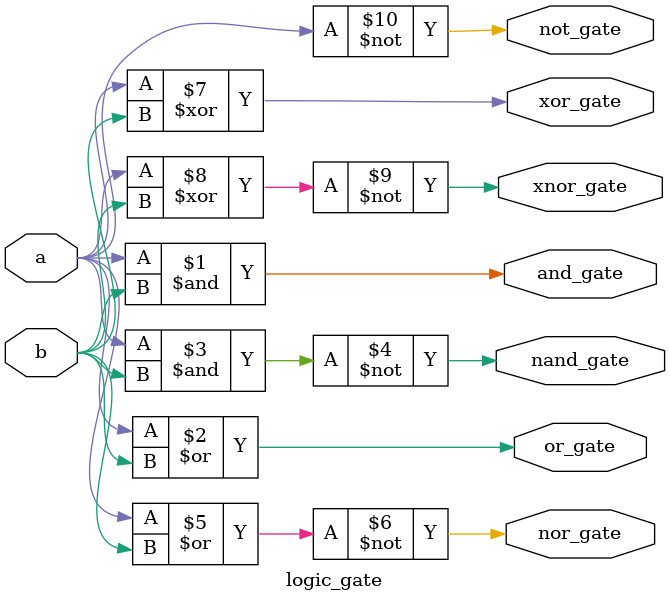
<source format=v>
`timescale 1ns / 1ps

module logic_gate(
    input a,b,
    output and_gate,
    output not_gate,
    output or_gate,
    output nand_gate,
    output nor_gate,
    output xor_gate,
    output xnor_gate
);

and     andgate(and_gate,a,b);
or      orgate(or_gate,a,b);
not     notgate(not_gate,a);
nand    nandgate(nand_gate,a,b);
nor     norgate(nor_gate,a,b);
xor     xorgate(xor_gate,a,b);
xnor    xnorgate(xnor_gate,a,b);

endmodule
</source>
